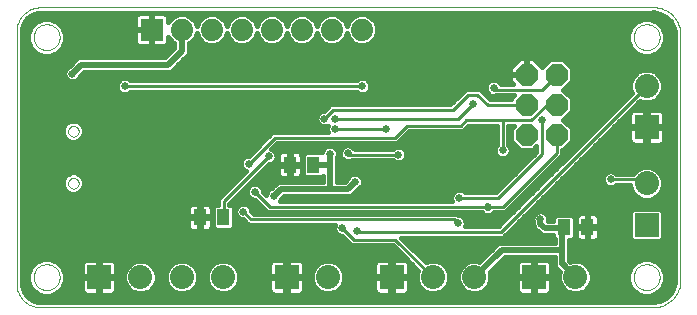
<source format=gbl>
G75*
%MOIN*%
%OFA0B0*%
%FSLAX24Y24*%
%IPPOS*%
%LPD*%
%AMOC8*
5,1,8,0,0,1.08239X$1,22.5*
%
%ADD10C,0.0000*%
%ADD11R,0.0433X0.0551*%
%ADD12R,0.0800X0.0800*%
%ADD13C,0.0800*%
%ADD14R,0.0740X0.0740*%
%ADD15C,0.0740*%
%ADD16OC8,0.0740*%
%ADD17C,0.0150*%
%ADD18C,0.0160*%
%ADD19C,0.0250*%
%ADD20C,0.0100*%
%ADD21C,0.0270*%
%ADD22C,0.0200*%
D10*
X002087Y001180D02*
X022383Y001180D01*
X023420Y001967D02*
X023420Y010389D01*
X023411Y010446D01*
X023398Y010502D01*
X023381Y010558D01*
X023361Y010612D01*
X023337Y010665D01*
X023310Y010716D01*
X023280Y010766D01*
X023247Y010813D01*
X023211Y010858D01*
X023173Y010901D01*
X023131Y010942D01*
X023088Y010980D01*
X023042Y011015D01*
X022993Y011047D01*
X022943Y011076D01*
X022891Y011101D01*
X022838Y011124D01*
X022783Y011143D01*
X022728Y011158D01*
X022671Y011170D01*
X022614Y011179D01*
X022556Y011184D01*
X022498Y011185D01*
X022441Y011183D01*
X022383Y011176D01*
X002087Y011176D01*
X002033Y011174D01*
X001980Y011169D01*
X001927Y011160D01*
X001875Y011147D01*
X001823Y011131D01*
X001773Y011111D01*
X001725Y011088D01*
X001678Y011061D01*
X001633Y011032D01*
X001590Y010999D01*
X001550Y010964D01*
X001512Y010926D01*
X001477Y010886D01*
X001444Y010843D01*
X001415Y010798D01*
X001388Y010751D01*
X001365Y010703D01*
X001345Y010653D01*
X001329Y010601D01*
X001316Y010549D01*
X001307Y010496D01*
X001302Y010443D01*
X001300Y010389D01*
X001300Y001967D01*
X001302Y001913D01*
X001307Y001860D01*
X001316Y001807D01*
X001329Y001755D01*
X001345Y001703D01*
X001365Y001653D01*
X001388Y001605D01*
X001415Y001558D01*
X001444Y001513D01*
X001477Y001470D01*
X001512Y001430D01*
X001550Y001392D01*
X001590Y001357D01*
X001633Y001324D01*
X001678Y001295D01*
X001725Y001268D01*
X001773Y001245D01*
X001823Y001225D01*
X001875Y001209D01*
X001927Y001196D01*
X001980Y001187D01*
X002033Y001182D01*
X002087Y001180D01*
X001867Y002180D02*
X001869Y002221D01*
X001875Y002262D01*
X001885Y002302D01*
X001898Y002341D01*
X001915Y002378D01*
X001936Y002414D01*
X001960Y002448D01*
X001987Y002479D01*
X002016Y002507D01*
X002049Y002533D01*
X002083Y002555D01*
X002120Y002574D01*
X002158Y002589D01*
X002198Y002601D01*
X002238Y002609D01*
X002279Y002613D01*
X002321Y002613D01*
X002362Y002609D01*
X002402Y002601D01*
X002442Y002589D01*
X002480Y002574D01*
X002516Y002555D01*
X002551Y002533D01*
X002584Y002507D01*
X002613Y002479D01*
X002640Y002448D01*
X002664Y002414D01*
X002685Y002378D01*
X002702Y002341D01*
X002715Y002302D01*
X002725Y002262D01*
X002731Y002221D01*
X002733Y002180D01*
X002731Y002139D01*
X002725Y002098D01*
X002715Y002058D01*
X002702Y002019D01*
X002685Y001982D01*
X002664Y001946D01*
X002640Y001912D01*
X002613Y001881D01*
X002584Y001853D01*
X002551Y001827D01*
X002517Y001805D01*
X002480Y001786D01*
X002442Y001771D01*
X002402Y001759D01*
X002362Y001751D01*
X002321Y001747D01*
X002279Y001747D01*
X002238Y001751D01*
X002198Y001759D01*
X002158Y001771D01*
X002120Y001786D01*
X002084Y001805D01*
X002049Y001827D01*
X002016Y001853D01*
X001987Y001881D01*
X001960Y001912D01*
X001936Y001946D01*
X001915Y001982D01*
X001898Y002019D01*
X001885Y002058D01*
X001875Y002098D01*
X001869Y002139D01*
X001867Y002180D01*
X003017Y005314D02*
X003019Y005340D01*
X003025Y005366D01*
X003035Y005391D01*
X003048Y005414D01*
X003064Y005434D01*
X003084Y005452D01*
X003106Y005467D01*
X003129Y005479D01*
X003155Y005487D01*
X003181Y005491D01*
X003207Y005491D01*
X003233Y005487D01*
X003259Y005479D01*
X003283Y005467D01*
X003304Y005452D01*
X003324Y005434D01*
X003340Y005414D01*
X003353Y005391D01*
X003363Y005366D01*
X003369Y005340D01*
X003371Y005314D01*
X003369Y005288D01*
X003363Y005262D01*
X003353Y005237D01*
X003340Y005214D01*
X003324Y005194D01*
X003304Y005176D01*
X003282Y005161D01*
X003259Y005149D01*
X003233Y005141D01*
X003207Y005137D01*
X003181Y005137D01*
X003155Y005141D01*
X003129Y005149D01*
X003105Y005161D01*
X003084Y005176D01*
X003064Y005194D01*
X003048Y005214D01*
X003035Y005237D01*
X003025Y005262D01*
X003019Y005288D01*
X003017Y005314D01*
X003017Y007046D02*
X003019Y007072D01*
X003025Y007098D01*
X003035Y007123D01*
X003048Y007146D01*
X003064Y007166D01*
X003084Y007184D01*
X003106Y007199D01*
X003129Y007211D01*
X003155Y007219D01*
X003181Y007223D01*
X003207Y007223D01*
X003233Y007219D01*
X003259Y007211D01*
X003283Y007199D01*
X003304Y007184D01*
X003324Y007166D01*
X003340Y007146D01*
X003353Y007123D01*
X003363Y007098D01*
X003369Y007072D01*
X003371Y007046D01*
X003369Y007020D01*
X003363Y006994D01*
X003353Y006969D01*
X003340Y006946D01*
X003324Y006926D01*
X003304Y006908D01*
X003282Y006893D01*
X003259Y006881D01*
X003233Y006873D01*
X003207Y006869D01*
X003181Y006869D01*
X003155Y006873D01*
X003129Y006881D01*
X003105Y006893D01*
X003084Y006908D01*
X003064Y006926D01*
X003048Y006946D01*
X003035Y006969D01*
X003025Y006994D01*
X003019Y007020D01*
X003017Y007046D01*
X001867Y010180D02*
X001869Y010221D01*
X001875Y010262D01*
X001885Y010302D01*
X001898Y010341D01*
X001915Y010378D01*
X001936Y010414D01*
X001960Y010448D01*
X001987Y010479D01*
X002016Y010507D01*
X002049Y010533D01*
X002083Y010555D01*
X002120Y010574D01*
X002158Y010589D01*
X002198Y010601D01*
X002238Y010609D01*
X002279Y010613D01*
X002321Y010613D01*
X002362Y010609D01*
X002402Y010601D01*
X002442Y010589D01*
X002480Y010574D01*
X002516Y010555D01*
X002551Y010533D01*
X002584Y010507D01*
X002613Y010479D01*
X002640Y010448D01*
X002664Y010414D01*
X002685Y010378D01*
X002702Y010341D01*
X002715Y010302D01*
X002725Y010262D01*
X002731Y010221D01*
X002733Y010180D01*
X002731Y010139D01*
X002725Y010098D01*
X002715Y010058D01*
X002702Y010019D01*
X002685Y009982D01*
X002664Y009946D01*
X002640Y009912D01*
X002613Y009881D01*
X002584Y009853D01*
X002551Y009827D01*
X002517Y009805D01*
X002480Y009786D01*
X002442Y009771D01*
X002402Y009759D01*
X002362Y009751D01*
X002321Y009747D01*
X002279Y009747D01*
X002238Y009751D01*
X002198Y009759D01*
X002158Y009771D01*
X002120Y009786D01*
X002084Y009805D01*
X002049Y009827D01*
X002016Y009853D01*
X001987Y009881D01*
X001960Y009912D01*
X001936Y009946D01*
X001915Y009982D01*
X001898Y010019D01*
X001885Y010058D01*
X001875Y010098D01*
X001869Y010139D01*
X001867Y010180D01*
X021867Y010180D02*
X021869Y010221D01*
X021875Y010262D01*
X021885Y010302D01*
X021898Y010341D01*
X021915Y010378D01*
X021936Y010414D01*
X021960Y010448D01*
X021987Y010479D01*
X022016Y010507D01*
X022049Y010533D01*
X022083Y010555D01*
X022120Y010574D01*
X022158Y010589D01*
X022198Y010601D01*
X022238Y010609D01*
X022279Y010613D01*
X022321Y010613D01*
X022362Y010609D01*
X022402Y010601D01*
X022442Y010589D01*
X022480Y010574D01*
X022516Y010555D01*
X022551Y010533D01*
X022584Y010507D01*
X022613Y010479D01*
X022640Y010448D01*
X022664Y010414D01*
X022685Y010378D01*
X022702Y010341D01*
X022715Y010302D01*
X022725Y010262D01*
X022731Y010221D01*
X022733Y010180D01*
X022731Y010139D01*
X022725Y010098D01*
X022715Y010058D01*
X022702Y010019D01*
X022685Y009982D01*
X022664Y009946D01*
X022640Y009912D01*
X022613Y009881D01*
X022584Y009853D01*
X022551Y009827D01*
X022517Y009805D01*
X022480Y009786D01*
X022442Y009771D01*
X022402Y009759D01*
X022362Y009751D01*
X022321Y009747D01*
X022279Y009747D01*
X022238Y009751D01*
X022198Y009759D01*
X022158Y009771D01*
X022120Y009786D01*
X022084Y009805D01*
X022049Y009827D01*
X022016Y009853D01*
X021987Y009881D01*
X021960Y009912D01*
X021936Y009946D01*
X021915Y009982D01*
X021898Y010019D01*
X021885Y010058D01*
X021875Y010098D01*
X021869Y010139D01*
X021867Y010180D01*
X021867Y002180D02*
X021869Y002221D01*
X021875Y002262D01*
X021885Y002302D01*
X021898Y002341D01*
X021915Y002378D01*
X021936Y002414D01*
X021960Y002448D01*
X021987Y002479D01*
X022016Y002507D01*
X022049Y002533D01*
X022083Y002555D01*
X022120Y002574D01*
X022158Y002589D01*
X022198Y002601D01*
X022238Y002609D01*
X022279Y002613D01*
X022321Y002613D01*
X022362Y002609D01*
X022402Y002601D01*
X022442Y002589D01*
X022480Y002574D01*
X022516Y002555D01*
X022551Y002533D01*
X022584Y002507D01*
X022613Y002479D01*
X022640Y002448D01*
X022664Y002414D01*
X022685Y002378D01*
X022702Y002341D01*
X022715Y002302D01*
X022725Y002262D01*
X022731Y002221D01*
X022733Y002180D01*
X022731Y002139D01*
X022725Y002098D01*
X022715Y002058D01*
X022702Y002019D01*
X022685Y001982D01*
X022664Y001946D01*
X022640Y001912D01*
X022613Y001881D01*
X022584Y001853D01*
X022551Y001827D01*
X022517Y001805D01*
X022480Y001786D01*
X022442Y001771D01*
X022402Y001759D01*
X022362Y001751D01*
X022321Y001747D01*
X022279Y001747D01*
X022238Y001751D01*
X022198Y001759D01*
X022158Y001771D01*
X022120Y001786D01*
X022084Y001805D01*
X022049Y001827D01*
X022016Y001853D01*
X021987Y001881D01*
X021960Y001912D01*
X021936Y001946D01*
X021915Y001982D01*
X021898Y002019D01*
X021885Y002058D01*
X021875Y002098D01*
X021869Y002139D01*
X021867Y002180D01*
X022383Y001180D02*
X022441Y001173D01*
X022498Y001171D01*
X022556Y001172D01*
X022614Y001177D01*
X022671Y001186D01*
X022728Y001198D01*
X022783Y001213D01*
X022838Y001232D01*
X022891Y001255D01*
X022943Y001280D01*
X022993Y001309D01*
X023042Y001341D01*
X023088Y001376D01*
X023131Y001414D01*
X023173Y001455D01*
X023211Y001498D01*
X023247Y001543D01*
X023280Y001590D01*
X023310Y001640D01*
X023337Y001691D01*
X023361Y001744D01*
X023381Y001798D01*
X023398Y001854D01*
X023411Y001910D01*
X023420Y001967D01*
D11*
X020328Y003851D03*
X019540Y003851D03*
X011194Y005930D03*
X010406Y005930D03*
X008194Y004180D03*
X007406Y004180D03*
D12*
X010300Y002180D03*
X013800Y002180D03*
X018550Y002180D03*
X022300Y003930D03*
X022300Y007180D03*
X004050Y002180D03*
D13*
X005428Y002180D03*
X006806Y002180D03*
X008184Y002180D03*
X011678Y002180D03*
X015178Y002180D03*
X016556Y002180D03*
X019928Y002180D03*
X022300Y005308D03*
X022300Y008558D03*
D14*
X005800Y010430D03*
D15*
X006800Y010430D03*
X007800Y010430D03*
X008800Y010430D03*
X009800Y010430D03*
X010800Y010430D03*
X011800Y010430D03*
X012800Y010430D03*
D16*
X018300Y008930D03*
X019300Y008930D03*
X019300Y007930D03*
X018300Y007930D03*
X018300Y006930D03*
X019300Y006930D03*
D17*
X009700Y007350D02*
X009160Y006810D01*
D18*
X009387Y006586D02*
X001480Y006586D01*
X001480Y006744D02*
X002991Y006744D01*
X002991Y006743D02*
X003123Y006689D01*
X003265Y006689D01*
X003396Y006743D01*
X003496Y006844D01*
X003551Y006975D01*
X003551Y007117D01*
X003496Y007248D01*
X003396Y007349D01*
X003265Y007403D01*
X003123Y007403D01*
X002991Y007349D01*
X002891Y007248D01*
X002837Y007117D01*
X002837Y006975D01*
X002891Y006844D01*
X002991Y006743D01*
X002867Y006903D02*
X001480Y006903D01*
X001480Y007061D02*
X002837Y007061D01*
X002879Y007220D02*
X001480Y007220D01*
X001480Y007378D02*
X003062Y007378D01*
X003326Y007378D02*
X011311Y007378D01*
X011295Y007417D02*
X011335Y007320D01*
X011410Y007245D01*
X011507Y007205D01*
X011613Y007205D01*
X011685Y007235D01*
X011655Y007163D01*
X011655Y007057D01*
X011670Y007020D01*
X009821Y007020D01*
X009710Y006909D01*
X009036Y006235D01*
X008987Y006235D01*
X008890Y006195D01*
X008815Y006120D01*
X008775Y006023D01*
X008775Y005917D01*
X008815Y005820D01*
X008890Y005745D01*
X008944Y005723D01*
X008010Y004789D01*
X008010Y004596D01*
X007919Y004596D01*
X007837Y004514D01*
X007837Y003846D01*
X007919Y003764D01*
X008468Y003764D01*
X008550Y003846D01*
X008550Y004514D01*
X008468Y004596D01*
X008390Y004596D01*
X008390Y004631D01*
X009239Y005480D01*
X009704Y005945D01*
X009753Y005945D01*
X009850Y005985D01*
X009925Y006060D01*
X009965Y006157D01*
X009965Y006263D01*
X009925Y006360D01*
X009850Y006435D01*
X009796Y006457D01*
X009979Y006640D01*
X013979Y006640D01*
X014379Y007040D01*
X016179Y007040D01*
X016359Y007220D01*
X017310Y007220D01*
X017310Y006595D01*
X017275Y006560D01*
X017235Y006463D01*
X017235Y006357D01*
X017275Y006260D01*
X017350Y006185D01*
X017447Y006145D01*
X017553Y006145D01*
X017650Y006185D01*
X017725Y006260D01*
X017765Y006357D01*
X017765Y006463D01*
X017725Y006560D01*
X017690Y006595D01*
X017690Y007220D01*
X017869Y007220D01*
X017790Y007141D01*
X017790Y006719D01*
X018089Y006420D01*
X018511Y006420D01*
X018630Y006539D01*
X018630Y006368D01*
X017282Y005020D01*
X016245Y005020D01*
X016210Y005055D01*
X016113Y005095D01*
X016007Y005095D01*
X015910Y005055D01*
X015835Y004980D01*
X015795Y004883D01*
X015795Y004777D01*
X015819Y004720D01*
X010085Y004720D01*
X010105Y004740D01*
X010130Y004800D01*
X010219Y004890D01*
X012388Y004890D01*
X012476Y004927D01*
X012543Y004994D01*
X012670Y005120D01*
X012730Y005145D01*
X012805Y005220D01*
X012845Y005317D01*
X012845Y005423D01*
X012805Y005520D01*
X012730Y005595D01*
X012633Y005635D01*
X012527Y005635D01*
X012430Y005595D01*
X012355Y005520D01*
X012330Y005460D01*
X012241Y005370D01*
X011980Y005370D01*
X011980Y006177D01*
X012005Y006237D01*
X012005Y006343D01*
X011965Y006440D01*
X011890Y006515D01*
X011793Y006555D01*
X011687Y006555D01*
X011590Y006515D01*
X011515Y006440D01*
X011475Y006343D01*
X011475Y006339D01*
X011468Y006346D01*
X010919Y006346D01*
X010837Y006264D01*
X010837Y005596D01*
X010919Y005514D01*
X011468Y005514D01*
X011500Y005546D01*
X011500Y005370D01*
X010072Y005370D01*
X009984Y005333D01*
X009790Y005140D01*
X009730Y005115D01*
X009655Y005040D01*
X009615Y004943D01*
X009615Y004924D01*
X009505Y005034D01*
X009505Y005083D01*
X009465Y005180D01*
X009390Y005255D01*
X009293Y005295D01*
X009187Y005295D01*
X009090Y005255D01*
X009015Y005180D01*
X008975Y005083D01*
X008975Y004977D01*
X009015Y004880D01*
X009090Y004805D01*
X009187Y004765D01*
X009236Y004765D01*
X009550Y004451D01*
X009661Y004340D01*
X016801Y004340D01*
X016844Y004297D01*
X016945Y004255D01*
X017055Y004255D01*
X017156Y004297D01*
X017199Y004340D01*
X017579Y004340D01*
X019490Y006251D01*
X019490Y006420D01*
X019511Y006420D01*
X019810Y006719D01*
X019810Y007141D01*
X019521Y007430D01*
X019810Y007719D01*
X019810Y008141D01*
X019521Y008430D01*
X019810Y008719D01*
X019810Y009141D01*
X019511Y009440D01*
X019089Y009440D01*
X018828Y009180D01*
X018528Y009480D01*
X018320Y009480D01*
X018320Y008950D01*
X018280Y008950D01*
X018280Y009480D01*
X018072Y009480D01*
X017750Y009158D01*
X017750Y008950D01*
X018280Y008950D01*
X018280Y008910D01*
X017750Y008910D01*
X017750Y008702D01*
X017832Y008620D01*
X017433Y008620D01*
X017425Y008640D01*
X017350Y008715D01*
X017253Y008755D01*
X017147Y008755D01*
X017050Y008715D01*
X016975Y008640D01*
X016935Y008543D01*
X016935Y008437D01*
X016975Y008340D01*
X017050Y008265D01*
X017147Y008225D01*
X017253Y008225D01*
X017289Y008240D01*
X017889Y008240D01*
X017790Y008141D01*
X017790Y008120D01*
X017079Y008120D01*
X016739Y008460D01*
X016281Y008460D01*
X016170Y008349D01*
X015761Y007940D01*
X011761Y007940D01*
X011650Y007829D01*
X011556Y007735D01*
X011507Y007735D01*
X011410Y007695D01*
X011335Y007620D01*
X011295Y007523D01*
X011295Y007417D01*
X011301Y007537D02*
X001480Y007537D01*
X001480Y007695D02*
X011411Y007695D01*
X011675Y007854D02*
X001480Y007854D01*
X001480Y008012D02*
X015833Y008012D01*
X015992Y008171D02*
X001480Y008171D01*
X001480Y008329D02*
X004746Y008329D01*
X004750Y008325D02*
X004675Y008400D01*
X004635Y008497D01*
X004635Y008603D01*
X004675Y008700D01*
X004750Y008775D01*
X004847Y008815D01*
X004953Y008815D01*
X005050Y008775D01*
X005085Y008740D01*
X012635Y008740D01*
X012670Y008775D01*
X012767Y008815D01*
X012873Y008815D01*
X012970Y008775D01*
X013045Y008700D01*
X013085Y008603D01*
X013085Y008497D01*
X013045Y008400D01*
X012970Y008325D01*
X012873Y008285D01*
X012767Y008285D01*
X012670Y008325D01*
X012635Y008360D01*
X005085Y008360D01*
X005050Y008325D01*
X004953Y008285D01*
X004847Y008285D01*
X004750Y008325D01*
X005054Y008329D02*
X012666Y008329D01*
X012974Y008329D02*
X016150Y008329D01*
X016870Y008329D02*
X016986Y008329D01*
X017028Y008171D02*
X017819Y008171D01*
X017806Y008646D02*
X017419Y008646D01*
X017750Y008805D02*
X012898Y008805D01*
X012742Y008805D02*
X004978Y008805D01*
X004822Y008805D02*
X003369Y008805D01*
X003385Y008820D02*
X003410Y008880D01*
X003559Y009030D01*
X006388Y009030D01*
X006476Y009067D01*
X006543Y009134D01*
X006936Y009527D01*
X007003Y009594D01*
X007040Y009682D01*
X007040Y009977D01*
X007089Y009998D01*
X007232Y010141D01*
X007300Y010304D01*
X007368Y010141D01*
X007511Y009998D01*
X007699Y009920D01*
X007901Y009920D01*
X008089Y009998D01*
X008232Y010141D01*
X008300Y010304D01*
X008368Y010141D01*
X008511Y009998D01*
X008699Y009920D01*
X008901Y009920D01*
X009089Y009998D01*
X009232Y010141D01*
X009300Y010304D01*
X009368Y010141D01*
X009511Y009998D01*
X009699Y009920D01*
X009901Y009920D01*
X010089Y009998D01*
X010232Y010141D01*
X010300Y010304D01*
X010368Y010141D01*
X010511Y009998D01*
X010699Y009920D01*
X010901Y009920D01*
X011089Y009998D01*
X011232Y010141D01*
X011300Y010304D01*
X011368Y010141D01*
X011511Y009998D01*
X011699Y009920D01*
X011901Y009920D01*
X012089Y009998D01*
X012232Y010141D01*
X012300Y010304D01*
X012368Y010141D01*
X012511Y009998D01*
X012699Y009920D01*
X012901Y009920D01*
X013089Y009998D01*
X013232Y010141D01*
X013310Y010329D01*
X013310Y010531D01*
X013232Y010719D01*
X013089Y010862D01*
X012901Y010940D01*
X012699Y010940D01*
X012511Y010862D01*
X012368Y010719D01*
X012300Y010556D01*
X012232Y010719D01*
X012089Y010862D01*
X011901Y010940D01*
X011699Y010940D01*
X011511Y010862D01*
X011368Y010719D01*
X011300Y010556D01*
X011232Y010719D01*
X011089Y010862D01*
X010901Y010940D01*
X010699Y010940D01*
X010511Y010862D01*
X010368Y010719D01*
X010300Y010556D01*
X010232Y010719D01*
X010089Y010862D01*
X009901Y010940D01*
X009699Y010940D01*
X009511Y010862D01*
X009368Y010719D01*
X009300Y010556D01*
X009232Y010719D01*
X009089Y010862D01*
X008901Y010940D01*
X008699Y010940D01*
X008511Y010862D01*
X008368Y010719D01*
X008300Y010556D01*
X008232Y010719D01*
X008089Y010862D01*
X007901Y010940D01*
X007699Y010940D01*
X007511Y010862D01*
X007368Y010719D01*
X007300Y010556D01*
X007232Y010719D01*
X007089Y010862D01*
X006901Y010940D01*
X006699Y010940D01*
X006511Y010862D01*
X006368Y010719D01*
X006350Y010676D01*
X006350Y010824D01*
X006338Y010869D01*
X006314Y010911D01*
X006281Y010944D01*
X006239Y010968D01*
X006194Y010980D01*
X005820Y010980D01*
X005820Y010450D01*
X005780Y010450D01*
X005780Y010980D01*
X005406Y010980D01*
X005361Y010968D01*
X005319Y010944D01*
X005286Y010911D01*
X005262Y010869D01*
X005250Y010824D01*
X005250Y010450D01*
X005780Y010450D01*
X005780Y010410D01*
X005820Y010410D01*
X005820Y009880D01*
X006194Y009880D01*
X006239Y009892D01*
X006281Y009916D01*
X006314Y009949D01*
X006338Y009991D01*
X006350Y010036D01*
X006350Y010184D01*
X006368Y010141D01*
X006511Y009998D01*
X006560Y009977D01*
X006560Y009829D01*
X006241Y009510D01*
X003412Y009510D01*
X003324Y009473D01*
X003257Y009406D01*
X003070Y009220D01*
X003010Y009195D01*
X002935Y009120D01*
X002895Y009023D01*
X002895Y008917D01*
X002935Y008820D01*
X003010Y008745D01*
X003107Y008705D01*
X003213Y008705D01*
X003310Y008745D01*
X003385Y008820D01*
X003492Y008963D02*
X017750Y008963D01*
X017750Y009122D02*
X006531Y009122D01*
X006543Y009134D02*
X006543Y009134D01*
X006689Y009280D02*
X017872Y009280D01*
X018031Y009439D02*
X006848Y009439D01*
X007005Y009597D02*
X022105Y009597D01*
X022178Y009567D02*
X022422Y009567D01*
X022647Y009660D01*
X022820Y009833D01*
X022913Y010058D01*
X022913Y010302D01*
X022820Y010527D01*
X022647Y010700D01*
X022422Y010793D01*
X022178Y010793D01*
X021953Y010700D01*
X021780Y010527D01*
X021687Y010302D01*
X021687Y010058D01*
X021780Y009833D01*
X021953Y009660D01*
X022178Y009567D01*
X022495Y009597D02*
X023240Y009597D01*
X023240Y009439D02*
X019513Y009439D01*
X019671Y009280D02*
X023240Y009280D01*
X023240Y009122D02*
X019810Y009122D01*
X019810Y008963D02*
X021941Y008963D01*
X021994Y009016D02*
X021842Y008864D01*
X021760Y008665D01*
X021760Y008451D01*
X021808Y008335D01*
X017353Y003880D01*
X016241Y003880D01*
X016265Y003937D01*
X016265Y004043D01*
X016225Y004140D01*
X016150Y004215D01*
X016053Y004255D01*
X016004Y004255D01*
X015959Y004300D01*
X009199Y004300D01*
X009125Y004374D01*
X009125Y004423D01*
X009085Y004520D01*
X009010Y004595D01*
X008913Y004635D01*
X008807Y004635D01*
X008710Y004595D01*
X008635Y004520D01*
X008595Y004423D01*
X008595Y004317D01*
X008635Y004220D01*
X008710Y004145D01*
X008807Y004105D01*
X008856Y004105D01*
X008930Y004031D01*
X009041Y003920D01*
X011919Y003920D01*
X011895Y003863D01*
X011895Y003757D01*
X011935Y003660D01*
X012010Y003585D01*
X012107Y003545D01*
X012156Y003545D01*
X012350Y003351D01*
X012461Y003240D01*
X013849Y003240D01*
X014686Y002403D01*
X014638Y002287D01*
X014638Y002073D01*
X014720Y001874D01*
X014872Y001722D01*
X015071Y001640D01*
X015285Y001640D01*
X015484Y001722D01*
X015636Y001874D01*
X015718Y002073D01*
X015718Y002287D01*
X015636Y002486D01*
X015484Y002638D01*
X015285Y002720D01*
X015071Y002720D01*
X014955Y002672D01*
X014127Y003500D01*
X017511Y003500D01*
X022077Y008066D01*
X022193Y008018D01*
X022407Y008018D01*
X022606Y008100D01*
X022758Y008252D01*
X022840Y008451D01*
X022840Y008665D01*
X022758Y008864D01*
X022606Y009016D01*
X022407Y009098D01*
X022193Y009098D01*
X021994Y009016D01*
X021818Y008805D02*
X019810Y008805D01*
X019737Y008646D02*
X021760Y008646D01*
X021760Y008488D02*
X019579Y008488D01*
X019622Y008329D02*
X021802Y008329D01*
X021644Y008171D02*
X019781Y008171D01*
X019810Y008012D02*
X021485Y008012D01*
X021327Y007854D02*
X019810Y007854D01*
X019786Y007695D02*
X021168Y007695D01*
X021010Y007537D02*
X019628Y007537D01*
X019573Y007378D02*
X020851Y007378D01*
X020693Y007220D02*
X019732Y007220D01*
X019810Y007061D02*
X020534Y007061D01*
X020376Y006903D02*
X019810Y006903D01*
X019810Y006744D02*
X020217Y006744D01*
X020059Y006586D02*
X019677Y006586D01*
X019518Y006427D02*
X019900Y006427D01*
X019742Y006269D02*
X019490Y006269D01*
X019583Y006110D02*
X019349Y006110D01*
X019425Y005952D02*
X019190Y005952D01*
X019266Y005793D02*
X019032Y005793D01*
X019108Y005635D02*
X018873Y005635D01*
X018949Y005476D02*
X018715Y005476D01*
X018791Y005318D02*
X018556Y005318D01*
X018632Y005159D02*
X018398Y005159D01*
X018474Y005001D02*
X018239Y005001D01*
X018315Y004842D02*
X018081Y004842D01*
X018157Y004684D02*
X017922Y004684D01*
X017998Y004525D02*
X017764Y004525D01*
X017840Y004367D02*
X017605Y004367D01*
X017681Y004208D02*
X016157Y004208D01*
X016262Y004050D02*
X017523Y004050D01*
X017364Y003891D02*
X016246Y003891D01*
X017262Y003226D02*
X017262Y003226D01*
X016729Y002693D01*
X016663Y002720D01*
X016448Y002720D01*
X016250Y002638D01*
X016098Y002486D01*
X016016Y002287D01*
X016016Y002073D01*
X016098Y001874D01*
X016250Y001722D01*
X016448Y001640D01*
X016663Y001640D01*
X016862Y001722D01*
X017014Y001874D01*
X017096Y002073D01*
X017096Y002287D01*
X017069Y002353D01*
X017565Y002850D01*
X019240Y002850D01*
X019240Y002562D01*
X019277Y002474D01*
X019344Y002407D01*
X019375Y002394D01*
X019415Y002353D01*
X019388Y002287D01*
X019388Y002073D01*
X019470Y001874D01*
X019622Y001722D01*
X019821Y001640D01*
X020035Y001640D01*
X020234Y001722D01*
X020386Y001874D01*
X020468Y002073D01*
X020468Y002287D01*
X020386Y002486D01*
X020234Y002638D01*
X020035Y002720D01*
X019821Y002720D01*
X019755Y002693D01*
X019720Y002727D01*
X019720Y003435D01*
X019815Y003435D01*
X019897Y003517D01*
X019897Y004185D01*
X019815Y004267D01*
X019266Y004267D01*
X019184Y004185D01*
X019184Y004070D01*
X019025Y004070D01*
X019025Y004163D01*
X018985Y004260D01*
X018910Y004335D01*
X018813Y004375D01*
X018707Y004375D01*
X018610Y004335D01*
X018535Y004260D01*
X018495Y004163D01*
X018495Y004057D01*
X018520Y003997D01*
X018520Y003922D01*
X018557Y003834D01*
X018697Y003694D01*
X018764Y003627D01*
X018852Y003590D01*
X019184Y003590D01*
X019184Y003517D01*
X019240Y003461D01*
X019240Y003330D01*
X017418Y003330D01*
X017330Y003293D01*
X017262Y003226D01*
X017294Y003257D02*
X014370Y003257D01*
X014528Y003099D02*
X017135Y003099D01*
X016977Y002940D02*
X014687Y002940D01*
X014845Y002782D02*
X016818Y002782D01*
X017338Y002623D02*
X017975Y002623D01*
X017970Y002604D02*
X017970Y002218D01*
X018512Y002218D01*
X018512Y002142D01*
X018588Y002142D01*
X018588Y002218D01*
X019130Y002218D01*
X019130Y002604D01*
X019118Y002649D01*
X019094Y002691D01*
X019061Y002724D01*
X019019Y002748D01*
X018974Y002760D01*
X018588Y002760D01*
X018588Y002218D01*
X018512Y002218D01*
X018512Y002760D01*
X018126Y002760D01*
X018081Y002748D01*
X018039Y002724D01*
X018006Y002691D01*
X017982Y002649D01*
X017970Y002604D01*
X017970Y002465D02*
X017180Y002465D01*
X017088Y002306D02*
X017970Y002306D01*
X017970Y002142D02*
X017970Y001756D01*
X017982Y001711D01*
X018006Y001669D01*
X018039Y001636D01*
X018081Y001612D01*
X018126Y001600D01*
X018512Y001600D01*
X018512Y002142D01*
X017970Y002142D01*
X017970Y001989D02*
X017061Y001989D01*
X017096Y002148D02*
X018512Y002148D01*
X018588Y002148D02*
X019388Y002148D01*
X019396Y002306D02*
X019130Y002306D01*
X019130Y002465D02*
X019286Y002465D01*
X019240Y002623D02*
X019125Y002623D01*
X019240Y002782D02*
X017497Y002782D01*
X018512Y002623D02*
X018588Y002623D01*
X018588Y002465D02*
X018512Y002465D01*
X018512Y002306D02*
X018588Y002306D01*
X018588Y002142D02*
X019130Y002142D01*
X019130Y001756D01*
X019118Y001711D01*
X019094Y001669D01*
X019061Y001636D01*
X019019Y001612D01*
X018974Y001600D01*
X018588Y001600D01*
X018588Y002142D01*
X018588Y001989D02*
X018512Y001989D01*
X018512Y001831D02*
X018588Y001831D01*
X018588Y001672D02*
X018512Y001672D01*
X018004Y001672D02*
X016741Y001672D01*
X016970Y001831D02*
X017970Y001831D01*
X019095Y001672D02*
X019743Y001672D01*
X019514Y001831D02*
X019130Y001831D01*
X019130Y001989D02*
X019423Y001989D01*
X020113Y001672D02*
X021941Y001672D01*
X021953Y001660D02*
X022178Y001567D01*
X022422Y001567D01*
X022647Y001660D01*
X022820Y001833D01*
X022913Y002058D01*
X022913Y002302D01*
X022820Y002527D01*
X022647Y002700D01*
X022422Y002793D01*
X022178Y002793D01*
X021953Y002700D01*
X021780Y002527D01*
X021687Y002302D01*
X021687Y002058D01*
X021780Y001833D01*
X021953Y001660D01*
X021782Y001831D02*
X020342Y001831D01*
X020433Y001989D02*
X021716Y001989D01*
X021687Y002148D02*
X020468Y002148D01*
X020460Y002306D02*
X021689Y002306D01*
X021754Y002465D02*
X020395Y002465D01*
X020249Y002623D02*
X021876Y002623D01*
X022150Y002782D02*
X019720Y002782D01*
X019720Y002940D02*
X023240Y002940D01*
X023240Y003099D02*
X019720Y003099D01*
X019720Y003257D02*
X023240Y003257D01*
X023240Y003416D02*
X022784Y003416D01*
X022758Y003390D02*
X022840Y003472D01*
X022840Y004388D01*
X022758Y004470D01*
X021842Y004470D01*
X021760Y004388D01*
X021760Y003472D01*
X021842Y003390D01*
X022758Y003390D01*
X022840Y003574D02*
X023240Y003574D01*
X023240Y003733D02*
X022840Y003733D01*
X022840Y003891D02*
X023240Y003891D01*
X023240Y004050D02*
X022840Y004050D01*
X022840Y004208D02*
X023240Y004208D01*
X023240Y004367D02*
X022840Y004367D01*
X023240Y004525D02*
X018536Y004525D01*
X018687Y004367D02*
X018377Y004367D01*
X018514Y004208D02*
X018219Y004208D01*
X018060Y004050D02*
X018498Y004050D01*
X018533Y003891D02*
X017902Y003891D01*
X017743Y003733D02*
X018658Y003733D01*
X019184Y003574D02*
X017585Y003574D01*
X018833Y004367D02*
X021760Y004367D01*
X021760Y004208D02*
X020705Y004208D01*
X020712Y004196D02*
X020688Y004237D01*
X020655Y004271D01*
X020614Y004294D01*
X020568Y004307D01*
X020356Y004307D01*
X020356Y003879D01*
X020724Y003879D01*
X020724Y004150D01*
X020712Y004196D01*
X020724Y004050D02*
X021760Y004050D01*
X021760Y003891D02*
X020724Y003891D01*
X020724Y003823D02*
X020356Y003823D01*
X020356Y003879D01*
X020299Y003879D01*
X020299Y003823D01*
X019931Y003823D01*
X019931Y003552D01*
X019943Y003506D01*
X019967Y003465D01*
X020001Y003431D01*
X020042Y003408D01*
X020087Y003395D01*
X020299Y003395D01*
X020299Y003823D01*
X020356Y003823D01*
X020356Y003395D01*
X020568Y003395D01*
X020614Y003408D01*
X020655Y003431D01*
X020688Y003465D01*
X020712Y003506D01*
X020724Y003552D01*
X020724Y003823D01*
X020724Y003733D02*
X021760Y003733D01*
X021760Y003574D02*
X020724Y003574D01*
X020627Y003416D02*
X021816Y003416D01*
X022450Y002782D02*
X023240Y002782D01*
X023240Y002623D02*
X022724Y002623D01*
X022846Y002465D02*
X023240Y002465D01*
X023240Y002306D02*
X022911Y002306D01*
X022913Y002148D02*
X023240Y002148D01*
X023240Y001989D02*
X022884Y001989D01*
X022818Y001831D02*
X023194Y001831D01*
X023217Y001878D02*
X023116Y001670D01*
X022956Y001502D01*
X022751Y001393D01*
X022523Y001352D01*
X022462Y001355D01*
X022457Y001360D01*
X022395Y001360D01*
X022333Y001368D01*
X022322Y001360D01*
X002087Y001360D01*
X001992Y001367D01*
X001812Y001426D01*
X001658Y001538D01*
X001546Y001692D01*
X001487Y001872D01*
X001480Y001967D01*
X001480Y010389D01*
X001487Y010484D01*
X001546Y010664D01*
X001658Y010818D01*
X001812Y010930D01*
X001992Y010989D01*
X002087Y010996D01*
X022322Y010996D01*
X022333Y010988D01*
X022395Y010996D01*
X022457Y010996D01*
X022462Y011001D01*
X022523Y011004D01*
X022751Y010963D01*
X022956Y010854D01*
X023116Y010687D01*
X023217Y010478D01*
X023240Y010372D01*
X023240Y001984D01*
X023217Y001878D01*
X023117Y001672D02*
X022659Y001672D01*
X022966Y001514D02*
X001691Y001514D01*
X001953Y001660D02*
X002178Y001567D01*
X002422Y001567D01*
X002647Y001660D01*
X002820Y001833D01*
X002913Y002058D01*
X002913Y002302D01*
X002820Y002527D01*
X002647Y002700D01*
X002422Y002793D01*
X002178Y002793D01*
X001953Y002700D01*
X001780Y002527D01*
X001687Y002302D01*
X001687Y002058D01*
X001780Y001833D01*
X001953Y001660D01*
X001941Y001672D02*
X001560Y001672D01*
X001501Y001831D02*
X001782Y001831D01*
X001716Y001989D02*
X001480Y001989D01*
X001480Y002148D02*
X001687Y002148D01*
X001689Y002306D02*
X001480Y002306D01*
X001480Y002465D02*
X001754Y002465D01*
X001876Y002623D02*
X001480Y002623D01*
X001480Y002782D02*
X002150Y002782D01*
X002450Y002782D02*
X014308Y002782D01*
X014269Y002748D02*
X014224Y002760D01*
X013838Y002760D01*
X013838Y002218D01*
X014380Y002218D01*
X014380Y002604D01*
X014368Y002649D01*
X014344Y002691D01*
X014311Y002724D01*
X014269Y002748D01*
X014375Y002623D02*
X014466Y002623D01*
X014380Y002465D02*
X014625Y002465D01*
X014646Y002306D02*
X014380Y002306D01*
X014380Y002142D02*
X013838Y002142D01*
X013838Y002218D01*
X013762Y002218D01*
X013762Y002142D01*
X013838Y002142D01*
X013838Y001600D01*
X014224Y001600D01*
X014269Y001612D01*
X014311Y001636D01*
X014344Y001669D01*
X014368Y001711D01*
X014380Y001756D01*
X014380Y002142D01*
X014380Y001989D02*
X014673Y001989D01*
X014638Y002148D02*
X013838Y002148D01*
X013762Y002148D02*
X012218Y002148D01*
X012218Y002073D02*
X012136Y001874D01*
X011984Y001722D01*
X011785Y001640D01*
X011571Y001640D01*
X011372Y001722D01*
X011220Y001874D01*
X011138Y002073D01*
X011138Y002287D01*
X011220Y002486D01*
X011372Y002638D01*
X011571Y002720D01*
X011785Y002720D01*
X011984Y002638D01*
X012136Y002486D01*
X012218Y002287D01*
X012218Y002073D01*
X012183Y001989D02*
X013220Y001989D01*
X013220Y002142D02*
X013220Y001756D01*
X013232Y001711D01*
X013256Y001669D01*
X013289Y001636D01*
X013331Y001612D01*
X013376Y001600D01*
X013762Y001600D01*
X013762Y002142D01*
X013220Y002142D01*
X013220Y002218D02*
X013762Y002218D01*
X013762Y002760D01*
X013376Y002760D01*
X013331Y002748D01*
X013289Y002724D01*
X013256Y002691D01*
X013232Y002649D01*
X013220Y002604D01*
X013220Y002218D01*
X013220Y002306D02*
X012210Y002306D01*
X012145Y002465D02*
X013220Y002465D01*
X013225Y002623D02*
X011999Y002623D01*
X011357Y002623D02*
X010875Y002623D01*
X010880Y002604D02*
X010868Y002649D01*
X010844Y002691D01*
X010811Y002724D01*
X010769Y002748D01*
X010724Y002760D01*
X010338Y002760D01*
X010338Y002218D01*
X010880Y002218D01*
X010880Y002604D01*
X010880Y002465D02*
X011211Y002465D01*
X011146Y002306D02*
X010880Y002306D01*
X010880Y002142D02*
X010338Y002142D01*
X010338Y002218D01*
X010262Y002218D01*
X010262Y002142D01*
X010338Y002142D01*
X010338Y001600D01*
X010724Y001600D01*
X010769Y001612D01*
X010811Y001636D01*
X010844Y001669D01*
X010868Y001711D01*
X010880Y001756D01*
X010880Y002142D01*
X010880Y001989D02*
X011173Y001989D01*
X011138Y002148D02*
X010338Y002148D01*
X010262Y002148D02*
X008724Y002148D01*
X008724Y002073D02*
X008642Y001874D01*
X008490Y001722D01*
X008291Y001640D01*
X008076Y001640D01*
X007878Y001722D01*
X007726Y001874D01*
X007644Y002073D01*
X007644Y002287D01*
X007726Y002486D01*
X007878Y002638D01*
X008076Y002720D01*
X008291Y002720D01*
X008490Y002638D01*
X008642Y002486D01*
X008724Y002287D01*
X008724Y002073D01*
X008689Y001989D02*
X009720Y001989D01*
X009720Y002142D02*
X009720Y001756D01*
X009732Y001711D01*
X009756Y001669D01*
X009789Y001636D01*
X009831Y001612D01*
X009876Y001600D01*
X010262Y001600D01*
X010262Y002142D01*
X009720Y002142D01*
X009720Y002218D02*
X010262Y002218D01*
X010262Y002760D01*
X009876Y002760D01*
X009831Y002748D01*
X009789Y002724D01*
X009756Y002691D01*
X009732Y002649D01*
X009720Y002604D01*
X009720Y002218D01*
X009720Y002306D02*
X008716Y002306D01*
X008650Y002465D02*
X009720Y002465D01*
X009725Y002623D02*
X008505Y002623D01*
X007863Y002623D02*
X007127Y002623D01*
X007112Y002638D02*
X006913Y002720D01*
X006698Y002720D01*
X006500Y002638D01*
X006348Y002486D01*
X006266Y002287D01*
X006266Y002073D01*
X006348Y001874D01*
X006500Y001722D01*
X006698Y001640D01*
X006913Y001640D01*
X007112Y001722D01*
X007264Y001874D01*
X007346Y002073D01*
X007346Y002287D01*
X007264Y002486D01*
X007112Y002638D01*
X007273Y002465D02*
X007717Y002465D01*
X007652Y002306D02*
X007338Y002306D01*
X007346Y002148D02*
X007644Y002148D01*
X007678Y001989D02*
X007311Y001989D01*
X007220Y001831D02*
X007770Y001831D01*
X007999Y001672D02*
X006991Y001672D01*
X006621Y001672D02*
X005613Y001672D01*
X005535Y001640D02*
X005734Y001722D01*
X005886Y001874D01*
X005968Y002073D01*
X005968Y002287D01*
X005886Y002486D01*
X005734Y002638D01*
X005535Y002720D01*
X005321Y002720D01*
X005122Y002638D01*
X004970Y002486D01*
X004888Y002287D01*
X004888Y002073D01*
X004970Y001874D01*
X005122Y001722D01*
X005321Y001640D01*
X005535Y001640D01*
X005243Y001672D02*
X004595Y001672D01*
X004594Y001669D02*
X004618Y001711D01*
X004630Y001756D01*
X004630Y002142D01*
X004088Y002142D01*
X004088Y002218D01*
X004630Y002218D01*
X004630Y002604D01*
X004618Y002649D01*
X004594Y002691D01*
X004561Y002724D01*
X004519Y002748D01*
X004474Y002760D01*
X004088Y002760D01*
X004088Y002218D01*
X004012Y002218D01*
X004012Y002142D01*
X004088Y002142D01*
X004088Y001600D01*
X004474Y001600D01*
X004519Y001612D01*
X004561Y001636D01*
X004594Y001669D01*
X004630Y001831D02*
X005014Y001831D01*
X004923Y001989D02*
X004630Y001989D01*
X004888Y002148D02*
X004088Y002148D01*
X004012Y002148D02*
X002913Y002148D01*
X002911Y002306D02*
X003470Y002306D01*
X003470Y002218D02*
X004012Y002218D01*
X004012Y002760D01*
X003626Y002760D01*
X003581Y002748D01*
X003539Y002724D01*
X003506Y002691D01*
X003482Y002649D01*
X003470Y002604D01*
X003470Y002218D01*
X003470Y002142D02*
X003470Y001756D01*
X003482Y001711D01*
X003506Y001669D01*
X003539Y001636D01*
X003581Y001612D01*
X003626Y001600D01*
X004012Y001600D01*
X004012Y002142D01*
X003470Y002142D01*
X003470Y001989D02*
X002884Y001989D01*
X002818Y001831D02*
X003470Y001831D01*
X003504Y001672D02*
X002659Y001672D01*
X002846Y002465D02*
X003470Y002465D01*
X003475Y002623D02*
X002724Y002623D01*
X001480Y002940D02*
X014149Y002940D01*
X013991Y003099D02*
X001480Y003099D01*
X001480Y003257D02*
X012444Y003257D01*
X012286Y003416D02*
X001480Y003416D01*
X001480Y003574D02*
X012037Y003574D01*
X011905Y003733D02*
X007677Y003733D01*
X007692Y003737D02*
X007733Y003760D01*
X007767Y003794D01*
X007791Y003835D01*
X007803Y003881D01*
X007803Y004152D01*
X007435Y004152D01*
X007435Y004208D01*
X007837Y004208D01*
X007803Y004208D02*
X007803Y004479D01*
X007791Y004525D01*
X007849Y004525D01*
X007791Y004525D02*
X007767Y004566D01*
X007733Y004600D01*
X007692Y004623D01*
X007647Y004636D01*
X007435Y004636D01*
X007435Y004208D01*
X007803Y004208D01*
X007803Y004050D02*
X007837Y004050D01*
X007837Y003891D02*
X007803Y003891D01*
X007692Y003737D02*
X007647Y003724D01*
X007435Y003724D01*
X007435Y004152D01*
X007378Y004152D01*
X007010Y004152D01*
X007010Y003881D01*
X007022Y003835D01*
X007046Y003794D01*
X007079Y003760D01*
X007120Y003737D01*
X007166Y003724D01*
X007378Y003724D01*
X007378Y004152D01*
X007378Y004208D01*
X001480Y004208D01*
X001480Y004050D02*
X007010Y004050D01*
X007010Y004208D02*
X007378Y004208D01*
X007378Y004636D01*
X007166Y004636D01*
X007120Y004623D01*
X007079Y004600D01*
X007046Y004566D01*
X007022Y004525D01*
X001480Y004525D01*
X001480Y004367D02*
X007010Y004367D01*
X007010Y004479D02*
X007010Y004208D01*
X007378Y004208D02*
X007435Y004208D01*
X007435Y004050D02*
X007378Y004050D01*
X007378Y003891D02*
X007435Y003891D01*
X007435Y003733D02*
X007378Y003733D01*
X007136Y003733D02*
X001480Y003733D01*
X001480Y003891D02*
X007010Y003891D01*
X007378Y004367D02*
X007435Y004367D01*
X007435Y004525D02*
X007378Y004525D01*
X007022Y004525D02*
X007010Y004479D01*
X007803Y004367D02*
X007837Y004367D01*
X008010Y004684D02*
X001480Y004684D01*
X001480Y004842D02*
X008063Y004842D01*
X008222Y005001D02*
X003371Y005001D01*
X003396Y005011D02*
X003265Y004957D01*
X003123Y004957D01*
X002991Y005011D01*
X002891Y005112D01*
X002837Y005243D01*
X002837Y005385D01*
X002891Y005516D01*
X002991Y005617D01*
X003123Y005671D01*
X003265Y005671D01*
X003396Y005617D01*
X003496Y005516D01*
X003551Y005385D01*
X003551Y005243D01*
X003496Y005112D01*
X003396Y005011D01*
X003516Y005159D02*
X008380Y005159D01*
X008539Y005318D02*
X003551Y005318D01*
X003513Y005476D02*
X008697Y005476D01*
X008856Y005635D02*
X003353Y005635D01*
X003035Y005635D02*
X001480Y005635D01*
X001480Y005793D02*
X008842Y005793D01*
X008775Y005952D02*
X001480Y005952D01*
X001480Y006110D02*
X008811Y006110D01*
X009070Y006269D02*
X001480Y006269D01*
X001480Y006427D02*
X009228Y006427D01*
X009545Y006744D02*
X003397Y006744D01*
X003521Y006903D02*
X009704Y006903D01*
X009924Y006586D02*
X017301Y006586D01*
X017310Y006744D02*
X014083Y006744D01*
X014241Y006903D02*
X017310Y006903D01*
X017310Y007061D02*
X016200Y007061D01*
X016358Y007220D02*
X017310Y007220D01*
X017690Y007220D02*
X017868Y007220D01*
X017790Y007061D02*
X017690Y007061D01*
X017690Y006903D02*
X017790Y006903D01*
X017790Y006744D02*
X017690Y006744D01*
X017699Y006586D02*
X017923Y006586D01*
X017765Y006427D02*
X018082Y006427D01*
X017728Y006269D02*
X018531Y006269D01*
X018518Y006427D02*
X018630Y006427D01*
X018372Y006110D02*
X014235Y006110D01*
X014245Y006120D02*
X014170Y006045D01*
X014073Y006005D01*
X013967Y006005D01*
X013870Y006045D01*
X013835Y006080D01*
X012477Y006080D01*
X012393Y006045D01*
X012287Y006045D01*
X012190Y006085D01*
X012115Y006160D01*
X012075Y006257D01*
X012075Y006363D01*
X012115Y006460D01*
X012190Y006535D01*
X012287Y006575D01*
X012393Y006575D01*
X012490Y006535D01*
X012565Y006460D01*
X013835Y006460D01*
X013870Y006495D01*
X013967Y006535D01*
X014073Y006535D01*
X014170Y006495D01*
X014245Y006420D01*
X014285Y006323D01*
X014285Y006217D01*
X014245Y006120D01*
X014285Y006269D02*
X017272Y006269D01*
X017235Y006427D02*
X014238Y006427D01*
X012565Y006460D02*
X012565Y006460D01*
X012102Y006427D02*
X011970Y006427D01*
X012005Y006269D02*
X012075Y006269D01*
X012165Y006110D02*
X011980Y006110D01*
X011980Y005952D02*
X018214Y005952D01*
X018055Y005793D02*
X011980Y005793D01*
X011980Y005635D02*
X012526Y005635D01*
X012634Y005635D02*
X017897Y005635D01*
X017738Y005476D02*
X012823Y005476D01*
X012845Y005318D02*
X017580Y005318D01*
X017421Y005159D02*
X012744Y005159D01*
X012550Y005001D02*
X015856Y005001D01*
X015795Y004842D02*
X010171Y004842D01*
X009639Y005001D02*
X009538Y005001D01*
X009473Y005159D02*
X009810Y005159D01*
X009968Y005318D02*
X009076Y005318D01*
X009007Y005159D02*
X008918Y005159D01*
X008975Y005001D02*
X008759Y005001D01*
X008601Y004842D02*
X009053Y004842D01*
X009318Y004684D02*
X008442Y004684D01*
X008539Y004525D02*
X008640Y004525D01*
X008595Y004367D02*
X008550Y004367D01*
X008550Y004208D02*
X008647Y004208D01*
X008550Y004050D02*
X008912Y004050D01*
X008930Y004031D02*
X008930Y004031D01*
X008550Y003891D02*
X011907Y003891D01*
X012543Y004994D02*
X012543Y004994D01*
X012337Y005476D02*
X011980Y005476D01*
X011500Y005476D02*
X010653Y005476D01*
X010647Y005474D02*
X010692Y005487D01*
X010733Y005510D01*
X010767Y005544D01*
X010791Y005585D01*
X010803Y005631D01*
X010803Y005902D01*
X010435Y005902D01*
X010435Y005958D01*
X010803Y005958D01*
X010803Y006229D01*
X010791Y006275D01*
X010767Y006316D01*
X010733Y006350D01*
X010692Y006373D01*
X010647Y006386D01*
X010435Y006386D01*
X010435Y005958D01*
X010378Y005958D01*
X010378Y005902D01*
X010010Y005902D01*
X010010Y005631D01*
X010022Y005585D01*
X010046Y005544D01*
X010079Y005510D01*
X010120Y005487D01*
X010166Y005474D01*
X010378Y005474D01*
X010378Y005902D01*
X010435Y005902D01*
X010435Y005474D01*
X010647Y005474D01*
X010435Y005476D02*
X010378Y005476D01*
X010378Y005635D02*
X010435Y005635D01*
X010435Y005793D02*
X010378Y005793D01*
X010378Y005952D02*
X009768Y005952D01*
X009945Y006110D02*
X010010Y006110D01*
X010010Y006229D02*
X010010Y005958D01*
X010378Y005958D01*
X010378Y006386D01*
X010166Y006386D01*
X010120Y006373D01*
X010079Y006350D01*
X010046Y006316D01*
X010022Y006275D01*
X010010Y006229D01*
X010020Y006269D02*
X009963Y006269D01*
X009858Y006427D02*
X011510Y006427D01*
X010842Y006269D02*
X010792Y006269D01*
X010803Y006110D02*
X010837Y006110D01*
X010837Y005952D02*
X010435Y005952D01*
X010435Y006110D02*
X010378Y006110D01*
X010378Y006269D02*
X010435Y006269D01*
X010803Y005793D02*
X010837Y005793D01*
X010837Y005635D02*
X010803Y005635D01*
X010160Y005476D02*
X009235Y005476D01*
X009393Y005635D02*
X010010Y005635D01*
X010010Y005793D02*
X009552Y005793D01*
X009476Y004525D02*
X009080Y004525D01*
X009132Y004367D02*
X009635Y004367D01*
X010262Y002623D02*
X010338Y002623D01*
X010338Y002465D02*
X010262Y002465D01*
X010262Y002306D02*
X010338Y002306D01*
X010338Y001989D02*
X010262Y001989D01*
X010262Y001831D02*
X010338Y001831D01*
X010338Y001672D02*
X010262Y001672D01*
X009754Y001672D02*
X008369Y001672D01*
X008598Y001831D02*
X009720Y001831D01*
X010845Y001672D02*
X011493Y001672D01*
X011264Y001831D02*
X010880Y001831D01*
X011863Y001672D02*
X013254Y001672D01*
X013220Y001831D02*
X012092Y001831D01*
X013762Y001831D02*
X013838Y001831D01*
X013838Y001989D02*
X013762Y001989D01*
X013762Y001672D02*
X013838Y001672D01*
X014345Y001672D02*
X014993Y001672D01*
X014764Y001831D02*
X014380Y001831D01*
X013838Y002306D02*
X013762Y002306D01*
X013762Y002465D02*
X013838Y002465D01*
X013838Y002623D02*
X013762Y002623D01*
X014211Y003416D02*
X019240Y003416D01*
X019720Y003416D02*
X020028Y003416D01*
X019931Y003574D02*
X019897Y003574D01*
X019897Y003733D02*
X019931Y003733D01*
X019931Y003879D02*
X020299Y003879D01*
X020299Y004307D01*
X020087Y004307D01*
X020042Y004294D01*
X020001Y004271D01*
X019967Y004237D01*
X019943Y004196D01*
X019931Y004150D01*
X019931Y003879D01*
X019931Y003891D02*
X019897Y003891D01*
X019897Y004050D02*
X019931Y004050D01*
X019950Y004208D02*
X019873Y004208D01*
X020299Y004208D02*
X020356Y004208D01*
X020356Y004050D02*
X020299Y004050D01*
X020299Y003891D02*
X020356Y003891D01*
X020356Y003733D02*
X020299Y003733D01*
X020299Y003574D02*
X020356Y003574D01*
X020356Y003416D02*
X020299Y003416D01*
X019207Y004208D02*
X019006Y004208D01*
X018694Y004684D02*
X023240Y004684D01*
X023240Y004842D02*
X022586Y004842D01*
X022606Y004850D02*
X022758Y005002D01*
X022840Y005201D01*
X022840Y005415D01*
X022758Y005614D01*
X022606Y005766D01*
X022407Y005848D01*
X022193Y005848D01*
X021994Y005766D01*
X021858Y005630D01*
X021285Y005630D01*
X021250Y005665D01*
X021153Y005705D01*
X021047Y005705D01*
X020950Y005665D01*
X020875Y005590D01*
X020835Y005493D01*
X020835Y005387D01*
X020875Y005290D01*
X020950Y005215D01*
X021047Y005175D01*
X021153Y005175D01*
X021250Y005215D01*
X021285Y005250D01*
X021760Y005250D01*
X021760Y005201D01*
X021842Y005002D01*
X021994Y004850D01*
X022193Y004768D01*
X022407Y004768D01*
X022606Y004850D01*
X022756Y005001D02*
X023240Y005001D01*
X023240Y005159D02*
X022823Y005159D01*
X022840Y005318D02*
X023240Y005318D01*
X023240Y005476D02*
X022815Y005476D01*
X022737Y005635D02*
X023240Y005635D01*
X023240Y005793D02*
X022540Y005793D01*
X022060Y005793D02*
X019804Y005793D01*
X019962Y005952D02*
X023240Y005952D01*
X023240Y006110D02*
X020121Y006110D01*
X020279Y006269D02*
X023240Y006269D01*
X023240Y006427D02*
X020438Y006427D01*
X020596Y006586D02*
X023240Y006586D01*
X023240Y006744D02*
X022877Y006744D01*
X022880Y006756D02*
X022880Y007142D01*
X022338Y007142D01*
X022338Y007218D01*
X022262Y007218D01*
X022262Y007760D01*
X021876Y007760D01*
X021831Y007748D01*
X021789Y007724D01*
X021756Y007691D01*
X021732Y007649D01*
X021720Y007604D01*
X021720Y007218D01*
X022262Y007218D01*
X022262Y007142D01*
X022338Y007142D01*
X022338Y006600D01*
X022724Y006600D01*
X022769Y006612D01*
X022811Y006636D01*
X022844Y006669D01*
X022868Y006711D01*
X022880Y006756D01*
X022880Y006903D02*
X023240Y006903D01*
X023240Y007061D02*
X022880Y007061D01*
X022880Y007218D02*
X022880Y007604D01*
X022868Y007649D01*
X022844Y007691D01*
X022811Y007724D01*
X022769Y007748D01*
X022724Y007760D01*
X022338Y007760D01*
X022338Y007218D01*
X022880Y007218D01*
X022880Y007220D02*
X023240Y007220D01*
X023240Y007378D02*
X022880Y007378D01*
X022880Y007537D02*
X023240Y007537D01*
X023240Y007695D02*
X022840Y007695D01*
X023240Y007854D02*
X021864Y007854D01*
X021760Y007695D02*
X021706Y007695D01*
X021720Y007537D02*
X021547Y007537D01*
X021389Y007378D02*
X021720Y007378D01*
X021720Y007220D02*
X021230Y007220D01*
X021072Y007061D02*
X021720Y007061D01*
X021720Y007142D02*
X021720Y006756D01*
X021732Y006711D01*
X021756Y006669D01*
X021789Y006636D01*
X021831Y006612D01*
X021876Y006600D01*
X022262Y006600D01*
X022262Y007142D01*
X021720Y007142D01*
X021720Y006903D02*
X020913Y006903D01*
X020755Y006744D02*
X021723Y006744D01*
X022262Y006744D02*
X022338Y006744D01*
X022338Y006903D02*
X022262Y006903D01*
X022262Y007061D02*
X022338Y007061D01*
X022338Y007220D02*
X022262Y007220D01*
X022262Y007378D02*
X022338Y007378D01*
X022338Y007537D02*
X022262Y007537D01*
X022262Y007695D02*
X022338Y007695D01*
X022023Y008012D02*
X023240Y008012D01*
X023240Y008171D02*
X022676Y008171D01*
X022790Y008329D02*
X023240Y008329D01*
X023240Y008488D02*
X022840Y008488D01*
X022840Y008646D02*
X023240Y008646D01*
X023240Y008805D02*
X022782Y008805D01*
X022659Y008963D02*
X023240Y008963D01*
X023240Y009756D02*
X022743Y009756D01*
X022853Y009914D02*
X023240Y009914D01*
X023240Y010073D02*
X022913Y010073D01*
X022913Y010231D02*
X023240Y010231D01*
X023236Y010390D02*
X022877Y010390D01*
X022799Y010548D02*
X023183Y010548D01*
X023097Y010707D02*
X022631Y010707D01*
X022935Y010865D02*
X013082Y010865D01*
X013237Y010707D02*
X021969Y010707D01*
X021801Y010548D02*
X013303Y010548D01*
X013310Y010390D02*
X021723Y010390D01*
X021687Y010231D02*
X013270Y010231D01*
X013164Y010073D02*
X021687Y010073D01*
X021747Y009914D02*
X007040Y009914D01*
X007040Y009756D02*
X021857Y009756D01*
X019087Y009439D02*
X018569Y009439D01*
X018728Y009280D02*
X018929Y009280D01*
X018320Y009280D02*
X018280Y009280D01*
X018280Y009122D02*
X018320Y009122D01*
X018320Y008963D02*
X018280Y008963D01*
X018280Y009439D02*
X018320Y009439D01*
X016981Y008646D02*
X013067Y008646D01*
X013081Y008488D02*
X016935Y008488D01*
X013425Y009055D02*
X013300Y008930D01*
X012425Y008930D01*
X012436Y010073D02*
X012164Y010073D01*
X012270Y010231D02*
X012330Y010231D01*
X012363Y010707D02*
X012237Y010707D01*
X012082Y010865D02*
X012518Y010865D01*
X011518Y010865D02*
X011082Y010865D01*
X011237Y010707D02*
X011363Y010707D01*
X011330Y010231D02*
X011270Y010231D01*
X011164Y010073D02*
X011436Y010073D01*
X010436Y010073D02*
X010164Y010073D01*
X010270Y010231D02*
X010330Y010231D01*
X010363Y010707D02*
X010237Y010707D01*
X010082Y010865D02*
X010518Y010865D01*
X009518Y010865D02*
X009082Y010865D01*
X009237Y010707D02*
X009363Y010707D01*
X009330Y010231D02*
X009270Y010231D01*
X009164Y010073D02*
X009436Y010073D01*
X008436Y010073D02*
X008164Y010073D01*
X008270Y010231D02*
X008330Y010231D01*
X008363Y010707D02*
X008237Y010707D01*
X008082Y010865D02*
X008518Y010865D01*
X007518Y010865D02*
X007082Y010865D01*
X007237Y010707D02*
X007363Y010707D01*
X007330Y010231D02*
X007270Y010231D01*
X007164Y010073D02*
X007436Y010073D01*
X006560Y009914D02*
X006277Y009914D01*
X006350Y010073D02*
X006436Y010073D01*
X006486Y009756D02*
X002743Y009756D01*
X002820Y009833D02*
X002647Y009660D01*
X002422Y009567D01*
X002178Y009567D01*
X001953Y009660D01*
X001780Y009833D01*
X001687Y010058D01*
X001687Y010302D01*
X001780Y010527D01*
X001953Y010700D01*
X002178Y010793D01*
X002422Y010793D01*
X002647Y010700D01*
X002820Y010527D01*
X002913Y010302D01*
X002913Y010058D01*
X002820Y009833D01*
X002853Y009914D02*
X005323Y009914D01*
X005319Y009916D02*
X005361Y009892D01*
X005406Y009880D01*
X005780Y009880D01*
X005780Y010410D01*
X005250Y010410D01*
X005250Y010036D01*
X005262Y009991D01*
X005286Y009949D01*
X005319Y009916D01*
X005250Y010073D02*
X002913Y010073D01*
X002913Y010231D02*
X005250Y010231D01*
X005250Y010390D02*
X002877Y010390D01*
X002799Y010548D02*
X005250Y010548D01*
X005250Y010707D02*
X002631Y010707D01*
X001969Y010707D02*
X001577Y010707D01*
X001508Y010548D02*
X001801Y010548D01*
X001723Y010390D02*
X001480Y010390D01*
X001480Y010231D02*
X001687Y010231D01*
X001687Y010073D02*
X001480Y010073D01*
X001480Y009914D02*
X001747Y009914D01*
X001857Y009756D02*
X001480Y009756D01*
X001480Y009597D02*
X002105Y009597D01*
X002495Y009597D02*
X006328Y009597D01*
X005820Y009914D02*
X005780Y009914D01*
X005780Y010073D02*
X005820Y010073D01*
X005820Y010231D02*
X005780Y010231D01*
X005780Y010390D02*
X005820Y010390D01*
X005820Y010548D02*
X005780Y010548D01*
X005780Y010707D02*
X005820Y010707D01*
X005820Y010865D02*
X005780Y010865D01*
X005261Y010865D02*
X001722Y010865D01*
X001480Y009439D02*
X003289Y009439D01*
X003131Y009280D02*
X001480Y009280D01*
X001480Y009122D02*
X002937Y009122D01*
X002895Y008963D02*
X001480Y008963D01*
X001480Y008805D02*
X002951Y008805D01*
X001480Y008646D02*
X004653Y008646D01*
X004639Y008488D02*
X001480Y008488D01*
X003508Y007220D02*
X011472Y007220D01*
X011648Y007220D02*
X011679Y007220D01*
X011655Y007061D02*
X003551Y007061D01*
X002874Y005476D02*
X001480Y005476D01*
X001480Y005318D02*
X002837Y005318D01*
X002871Y005159D02*
X001480Y005159D01*
X001480Y005001D02*
X003017Y005001D01*
X004012Y002623D02*
X004088Y002623D01*
X004088Y002465D02*
X004012Y002465D01*
X004012Y002306D02*
X004088Y002306D01*
X004088Y001989D02*
X004012Y001989D01*
X004012Y001831D02*
X004088Y001831D01*
X004088Y001672D02*
X004012Y001672D01*
X004630Y002306D02*
X004896Y002306D01*
X004961Y002465D02*
X004630Y002465D01*
X004625Y002623D02*
X005107Y002623D01*
X005749Y002623D02*
X006485Y002623D01*
X006339Y002465D02*
X005895Y002465D01*
X005960Y002306D02*
X006274Y002306D01*
X006266Y002148D02*
X005968Y002148D01*
X005933Y001989D02*
X006301Y001989D01*
X006392Y001831D02*
X005842Y001831D01*
X015363Y001672D02*
X016371Y001672D01*
X016142Y001831D02*
X015592Y001831D01*
X015683Y001989D02*
X016051Y001989D01*
X016016Y002148D02*
X015718Y002148D01*
X015710Y002306D02*
X016024Y002306D01*
X016089Y002465D02*
X015645Y002465D01*
X015499Y002623D02*
X016235Y002623D01*
X018853Y004842D02*
X022014Y004842D01*
X021844Y005001D02*
X019011Y005001D01*
X019170Y005159D02*
X021777Y005159D01*
X021863Y005635D02*
X021280Y005635D01*
X020920Y005635D02*
X019645Y005635D01*
X019487Y005476D02*
X020835Y005476D01*
X020864Y005318D02*
X019328Y005318D01*
X022465Y001355D02*
X022542Y001355D01*
X006363Y010707D02*
X006350Y010707D01*
X006339Y010865D02*
X006518Y010865D01*
D19*
X008675Y009349D03*
X011560Y007470D03*
X011920Y007470D03*
X011920Y007110D03*
X011740Y006290D03*
X012340Y006310D03*
X013600Y007110D03*
X014020Y006270D03*
X012580Y005370D03*
X012160Y003810D03*
X012640Y003710D03*
X015240Y005050D03*
X016060Y004830D03*
X016000Y003990D03*
X018760Y004110D03*
X021100Y005440D03*
X018820Y007410D03*
X017500Y006410D03*
X016520Y007970D03*
X017200Y008490D03*
X013420Y009150D03*
X012820Y008550D03*
X009700Y006210D03*
X009040Y005970D03*
X009240Y005030D03*
X009880Y004890D03*
X008860Y004370D03*
X007860Y006850D03*
X004900Y008550D03*
X003160Y008970D03*
D20*
X004900Y008550D02*
X012820Y008550D01*
X011840Y007750D02*
X015840Y007750D01*
X016360Y008270D01*
X016660Y008270D01*
X017000Y007930D01*
X018300Y007930D01*
X018460Y007410D02*
X018940Y007890D01*
X019300Y007890D01*
X019300Y007930D01*
X018820Y008430D02*
X017260Y008430D01*
X017200Y008490D01*
X016520Y007970D02*
X016020Y007470D01*
X011920Y007470D01*
X011840Y007750D02*
X011560Y007470D01*
X011920Y007110D02*
X013600Y007110D01*
X013900Y006830D02*
X014300Y007230D01*
X016100Y007230D01*
X016280Y007410D01*
X017500Y007410D01*
X017500Y006410D01*
X018820Y006289D02*
X017361Y004830D01*
X016060Y004830D01*
X017000Y004530D02*
X017300Y004530D01*
X017500Y004530D01*
X019300Y006330D01*
X019300Y006930D01*
X018820Y007410D02*
X018820Y006289D01*
X018460Y007410D02*
X017500Y007410D01*
X018820Y008430D02*
X019300Y008910D01*
X019300Y008930D01*
X022300Y008558D02*
X017432Y003690D01*
X012660Y003690D01*
X012640Y003710D01*
X012540Y003430D02*
X013928Y003430D01*
X015178Y002180D01*
X012540Y003430D02*
X012160Y003810D01*
X009740Y004530D02*
X017000Y004530D01*
X016000Y003990D02*
X015880Y004110D01*
X009120Y004110D01*
X008860Y004370D01*
X008200Y004186D02*
X008194Y004180D01*
X008200Y004186D02*
X008200Y004710D01*
X009160Y005670D01*
X009700Y006210D01*
X009900Y006830D02*
X009040Y005970D01*
X009240Y005030D02*
X009740Y004530D01*
X012340Y006310D02*
X012400Y006270D01*
X014020Y006270D01*
X013900Y006830D02*
X009900Y006830D01*
X021100Y005440D02*
X022168Y005440D01*
X022300Y005308D01*
D21*
X017000Y004530D03*
D22*
X018760Y004110D02*
X018760Y003970D01*
X018900Y003830D01*
X019519Y003830D01*
X019540Y003851D01*
X019499Y003810D01*
X019480Y003810D01*
X019480Y003090D01*
X017466Y003090D01*
X016556Y002180D01*
X019480Y002610D02*
X019498Y002610D01*
X019928Y002180D01*
X019480Y002610D02*
X019480Y003090D01*
X012580Y005370D02*
X012340Y005130D01*
X011740Y005130D01*
X011740Y005930D01*
X011194Y005930D01*
X011740Y005930D02*
X011740Y006290D01*
X011740Y005130D02*
X010120Y005130D01*
X009880Y004890D01*
X003460Y009270D02*
X003160Y008970D01*
X003460Y009270D02*
X006340Y009270D01*
X006800Y009730D01*
X006800Y010430D01*
M02*

</source>
